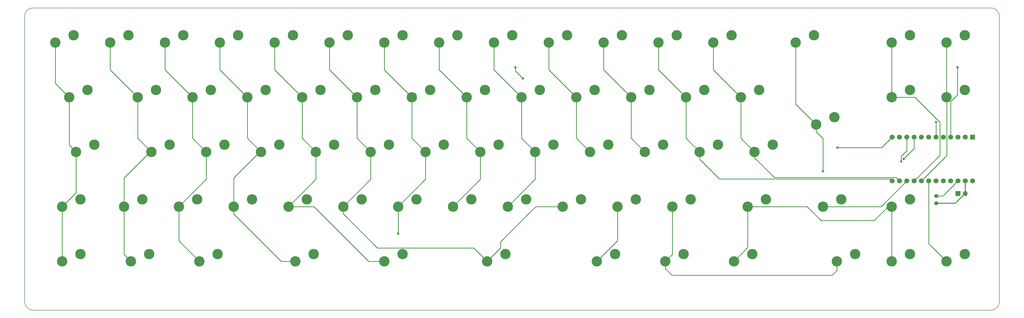
<source format=gtl>
G04 #@! TF.GenerationSoftware,KiCad,Pcbnew,(6.0.2-0)*
G04 #@! TF.CreationDate,2022-03-14T13:33:36+01:00*
G04 #@! TF.ProjectId,lasercut,6c617365-7263-4757-942e-6b696361645f,rev?*
G04 #@! TF.SameCoordinates,Original*
G04 #@! TF.FileFunction,Copper,L1,Top*
G04 #@! TF.FilePolarity,Positive*
%FSLAX46Y46*%
G04 Gerber Fmt 4.6, Leading zero omitted, Abs format (unit mm)*
G04 Created by KiCad (PCBNEW (6.0.2-0)) date 2022-03-14 13:33:36*
%MOMM*%
%LPD*%
G01*
G04 APERTURE LIST*
G04 #@! TA.AperFunction,Profile*
%ADD10C,0.200000*%
G04 #@! TD*
G04 #@! TA.AperFunction,ComponentPad*
%ADD11C,1.400000*%
G04 #@! TD*
G04 #@! TA.AperFunction,ComponentPad*
%ADD12R,1.700000X1.700000*%
G04 #@! TD*
G04 #@! TA.AperFunction,ComponentPad*
%ADD13O,1.700000X1.700000*%
G04 #@! TD*
G04 #@! TA.AperFunction,ComponentPad*
%ADD14C,3.600000*%
G04 #@! TD*
G04 #@! TA.AperFunction,ComponentPad*
%ADD15C,1.752600*%
G04 #@! TD*
G04 #@! TA.AperFunction,ComponentPad*
%ADD16R,1.752600X1.752600*%
G04 #@! TD*
G04 #@! TA.AperFunction,ViaPad*
%ADD17C,0.800000*%
G04 #@! TD*
G04 #@! TA.AperFunction,Conductor*
%ADD18C,0.350000*%
G04 #@! TD*
G04 #@! TA.AperFunction,Conductor*
%ADD19C,0.250000*%
G04 #@! TD*
G04 APERTURE END LIST*
D10*
X356581000Y-125053620D02*
X356354000Y-125117010D01*
X22805240Y-125190040D02*
X22570990Y-125163860D01*
X358646000Y-122435340D02*
X358617000Y-122669620D01*
X357015000Y-124873100D02*
X356802000Y-124970930D01*
X20050540Y-122435340D02*
X20039530Y-122199680D01*
X356354000Y-125117010D02*
X356122000Y-125163860D01*
X358571000Y-122899730D02*
X358506000Y-123127100D01*
X358617000Y-122669620D02*
X358571000Y-122899730D01*
X23040890Y-19947690D02*
X355654000Y-19949690D01*
X358327000Y-21587690D02*
X358426000Y-21799690D01*
X358506000Y-123127100D02*
X358426000Y-123348960D01*
X20123600Y-122899730D02*
X20076710Y-122669620D01*
X21891610Y-20177690D02*
X22113480Y-20095690D01*
X358617000Y-22479690D02*
X358646000Y-22713690D01*
X358327000Y-123561190D02*
X358212000Y-123767880D01*
X20040910Y-22949690D02*
X20050540Y-22713690D01*
X22339470Y-20031690D02*
X22570990Y-19984690D01*
X357221000Y-20391690D02*
X357416000Y-20520690D01*
X20483260Y-123767880D02*
X20367510Y-123561190D01*
X356802000Y-20177690D02*
X357015000Y-20275690D01*
X20076710Y-122669620D02*
X20050540Y-122435340D01*
X355890000Y-19958690D02*
X356122000Y-19984690D01*
X20186960Y-22021690D02*
X20269650Y-21799690D01*
X358212000Y-21380690D02*
X358327000Y-21587690D01*
X22570990Y-125163860D02*
X22339470Y-125117010D01*
X20612800Y-123963570D02*
X20483260Y-123767880D01*
X357221000Y-124757320D02*
X357015000Y-124873100D01*
X20269650Y-21799690D02*
X20367510Y-21587690D01*
X20918720Y-124321890D02*
X20758850Y-124148250D01*
X358571000Y-22247690D02*
X358617000Y-22479690D01*
X20612800Y-21185690D02*
X20758850Y-21000690D01*
X20269650Y-123348960D02*
X20186960Y-123127100D01*
X21092360Y-124481730D02*
X20918720Y-124321890D01*
X356581000Y-20095690D02*
X356802000Y-20177690D01*
X358212000Y-123767880D02*
X358080000Y-123963570D01*
X20050540Y-22713690D02*
X20076710Y-22479690D01*
X20918720Y-20826690D02*
X21092360Y-20667690D01*
X358654000Y-122199680D02*
X358646000Y-122435340D01*
X22113480Y-20095690D02*
X22339470Y-20031690D01*
X357934000Y-21000690D02*
X358080000Y-21185690D01*
X20758850Y-21000690D02*
X20918720Y-20826690D01*
X358654000Y-22949690D02*
X358654000Y-122199680D01*
X356354000Y-20031690D02*
X356581000Y-20095690D01*
X21277010Y-124627780D02*
X21092360Y-124481730D01*
X21277010Y-20520690D02*
X21472690Y-20391690D01*
X21891610Y-124970930D02*
X21679380Y-124873100D01*
X20186960Y-123127100D02*
X20123600Y-122899730D01*
X20758850Y-124148250D02*
X20612800Y-123963570D01*
X20039530Y-122199680D02*
X20040910Y-22949690D01*
X358426000Y-123348960D02*
X358327000Y-123561190D01*
X357602000Y-20667690D02*
X357775000Y-20826690D01*
X23040890Y-125199670D02*
X22805240Y-125190040D01*
X356122000Y-19984690D02*
X356354000Y-20031690D01*
X21472690Y-124757320D02*
X21277010Y-124627780D01*
X358080000Y-21185690D02*
X358212000Y-21380690D01*
X20367510Y-123561190D02*
X20269650Y-123348960D01*
X357416000Y-124627780D02*
X357221000Y-124757320D01*
X355654000Y-125199670D02*
X23040890Y-125199670D01*
X356802000Y-124970930D02*
X356581000Y-125053620D01*
X356122000Y-125163860D02*
X355890000Y-125190040D01*
X355890000Y-125190040D02*
X355654000Y-125199670D01*
X22113480Y-125053620D02*
X21891610Y-124970930D01*
X357602000Y-124481730D02*
X357416000Y-124627780D01*
X20076710Y-22479690D02*
X20123600Y-22247690D01*
X21472690Y-20391690D02*
X21679380Y-20275690D01*
X20483260Y-21380690D02*
X20612800Y-21185690D01*
X357775000Y-124321890D02*
X357602000Y-124481730D01*
X21092360Y-20667690D02*
X21277010Y-20520690D01*
X21679380Y-20275690D02*
X21891610Y-20177690D01*
X22570990Y-19984690D02*
X22805240Y-19958690D01*
X357416000Y-20520690D02*
X357602000Y-20667690D01*
X22339470Y-125117010D02*
X22113480Y-125053620D01*
X357015000Y-20275690D02*
X357221000Y-20391690D01*
X357775000Y-20826690D02*
X357934000Y-21000690D01*
X358426000Y-21799690D02*
X358506000Y-22021690D01*
X22805240Y-19958690D02*
X23040890Y-19947690D01*
X355654000Y-19949690D02*
X355890000Y-19958690D01*
X20367510Y-21587690D02*
X20483260Y-21380690D01*
X21679380Y-124873100D02*
X21472690Y-124757320D01*
X357934000Y-124148250D02*
X357775000Y-124321890D01*
X358080000Y-123963570D02*
X357934000Y-124148250D01*
X20123600Y-22247690D02*
X20186960Y-22021690D01*
X358646000Y-22713690D02*
X358654000Y-22949690D01*
X358506000Y-22021690D02*
X358571000Y-22247690D01*
D11*
X336800000Y-88000000D03*
X336800000Y-85460000D03*
D12*
X344260000Y-84600000D03*
D13*
X346800000Y-84600000D03*
D14*
X227565000Y-29445000D03*
X221215000Y-31985000D03*
X137077500Y-86595000D03*
X130727500Y-89135000D03*
X44208750Y-67545000D03*
X37858750Y-70085000D03*
X84690000Y-48495000D03*
X78340000Y-51035000D03*
X70402500Y-67545000D03*
X64052500Y-70085000D03*
X63258750Y-105645000D03*
X56908750Y-108185000D03*
X151365000Y-29445000D03*
X145015000Y-31985000D03*
X108502500Y-67545000D03*
X102152500Y-70085000D03*
X275190000Y-48495000D03*
X268840000Y-51035000D03*
X165652500Y-67545000D03*
X159302500Y-70085000D03*
X346627500Y-48495000D03*
X340277500Y-51035000D03*
X151365000Y-105645000D03*
X145015000Y-108185000D03*
X156127500Y-86595000D03*
X149777500Y-89135000D03*
X79927500Y-86595000D03*
X73577500Y-89135000D03*
X241852500Y-67545000D03*
X235502500Y-70085000D03*
X327577500Y-105645000D03*
X321227500Y-108185000D03*
X194227500Y-86595000D03*
X187877500Y-89135000D03*
X141840000Y-48495000D03*
X135490000Y-51035000D03*
X260902500Y-67545000D03*
X254552500Y-70085000D03*
X346627500Y-29445000D03*
X340277500Y-31985000D03*
X294240000Y-29445000D03*
X287890000Y-31985000D03*
X113265000Y-29445000D03*
X106915000Y-31985000D03*
X327577500Y-48495000D03*
X321227500Y-51035000D03*
X94215000Y-29445000D03*
X87865000Y-31985000D03*
X184702500Y-67545000D03*
X178352500Y-70085000D03*
X175177500Y-86595000D03*
X168827500Y-89135000D03*
X256140000Y-48495000D03*
X249790000Y-51035000D03*
X89452500Y-67545000D03*
X83102500Y-70085000D03*
X160890000Y-48495000D03*
X154540000Y-51035000D03*
X132315000Y-29445000D03*
X125965000Y-31985000D03*
X187083750Y-105645000D03*
X180733750Y-108185000D03*
X232327500Y-86595000D03*
X225977500Y-89135000D03*
X118027500Y-86595000D03*
X111677500Y-89135000D03*
X39446250Y-86595000D03*
X33096250Y-89135000D03*
X346627500Y-105645000D03*
X340277500Y-108185000D03*
X39446250Y-105645000D03*
X33096250Y-108185000D03*
X301383750Y-58020000D03*
X295033750Y-60560000D03*
X56115000Y-29445000D03*
X49765000Y-31985000D03*
X222802500Y-67545000D03*
X216452500Y-70085000D03*
X60877500Y-86595000D03*
X54527500Y-89135000D03*
X265665000Y-29445000D03*
X259315000Y-31985000D03*
X308527500Y-105645000D03*
X302177500Y-108185000D03*
X279952500Y-67545000D03*
X273602500Y-70085000D03*
X203752500Y-67545000D03*
X197402500Y-70085000D03*
X272808750Y-105645000D03*
X266458750Y-108185000D03*
X41827500Y-48495000D03*
X35477500Y-51035000D03*
X225183750Y-105645000D03*
X218833750Y-108185000D03*
X251377500Y-86595000D03*
X245027500Y-89135000D03*
X248996250Y-105645000D03*
X242646250Y-108185000D03*
X277571250Y-86595000D03*
X271221250Y-89135000D03*
X303765000Y-86595000D03*
X297415000Y-89135000D03*
X146602500Y-67545000D03*
X140252500Y-70085000D03*
X127552500Y-67545000D03*
X121202500Y-70085000D03*
X103740000Y-48495000D03*
X97390000Y-51035000D03*
X189465000Y-29445000D03*
X183115000Y-31985000D03*
X237090000Y-48495000D03*
X230740000Y-51035000D03*
X37065000Y-29445000D03*
X30715000Y-31985000D03*
X218040000Y-48495000D03*
X211690000Y-51035000D03*
X208515000Y-29445000D03*
X202165000Y-31985000D03*
X246615000Y-29445000D03*
X240265000Y-31985000D03*
X122790000Y-48495000D03*
X116440000Y-51035000D03*
X98977500Y-86595000D03*
X92627500Y-89135000D03*
X327577500Y-29445000D03*
X321227500Y-31985000D03*
X87071250Y-105645000D03*
X80721250Y-108185000D03*
X170415000Y-29445000D03*
X164065000Y-31985000D03*
X327577500Y-86595000D03*
X321227500Y-89135000D03*
X179940000Y-48495000D03*
X173590000Y-51035000D03*
X213277500Y-86595000D03*
X206927500Y-89135000D03*
D15*
X349370000Y-80220000D03*
X346830000Y-80220000D03*
X344290000Y-80220000D03*
X341750000Y-80220000D03*
X339210000Y-80220000D03*
X336670000Y-80220000D03*
X334130000Y-80220000D03*
X331590000Y-80220000D03*
X329050000Y-80220000D03*
X326510000Y-80220000D03*
X323970000Y-80220000D03*
X321430000Y-80220000D03*
X321430000Y-64980000D03*
X323970000Y-64980000D03*
X326510000Y-64980000D03*
X329050000Y-64980000D03*
X331590000Y-64980000D03*
X334130000Y-64980000D03*
X336670000Y-64980000D03*
X339210000Y-64980000D03*
X341750000Y-64980000D03*
X344290000Y-64980000D03*
X346830000Y-64980000D03*
D16*
X349370000Y-64980000D03*
D14*
X120408750Y-105645000D03*
X114058750Y-108185000D03*
X198990000Y-48495000D03*
X192640000Y-51035000D03*
X65640000Y-48495000D03*
X59290000Y-51035000D03*
X75165000Y-29445000D03*
X68815000Y-31985000D03*
D17*
X297400000Y-76800000D03*
X149800000Y-98529500D03*
X302387709Y-68587709D03*
X190545000Y-40655000D03*
X193200000Y-44574020D03*
X344145000Y-40655000D03*
X336700000Y-59700000D03*
X325400000Y-72600000D03*
X324600000Y-73400000D03*
D18*
X343400000Y-88000000D02*
X336800000Y-88000000D01*
D19*
X339050000Y-85460000D02*
X336800000Y-85460000D01*
X336700000Y-59700000D02*
X336670000Y-59730000D01*
X336670000Y-59730000D02*
X336670000Y-64980000D01*
D18*
X346800000Y-84600000D02*
X343400000Y-88000000D01*
D19*
X344290000Y-80220000D02*
X339050000Y-85460000D01*
D18*
X346830000Y-80220000D02*
X346830000Y-84570000D01*
X346830000Y-84570000D02*
X346800000Y-84600000D01*
D19*
X185398261Y-103520489D02*
X185398261Y-101401739D01*
X195567979Y-91232021D02*
X195567979Y-91178141D01*
X102152500Y-70085000D02*
X101726120Y-70085000D01*
X273602500Y-72102370D02*
X273602500Y-70085000D01*
X320065000Y-89135000D02*
X321227500Y-89135000D01*
X340277500Y-51035000D02*
X340410811Y-51168311D01*
X149800000Y-91703084D02*
X149777500Y-91680584D01*
X64052500Y-70085000D02*
X63626120Y-70085000D01*
X185398261Y-103520489D02*
X185398261Y-101401739D01*
X195567979Y-91232021D02*
X195567979Y-91178141D01*
X102152500Y-70085000D02*
X101726120Y-70085000D01*
X273602500Y-72102370D02*
X273602500Y-70085000D01*
X320065000Y-89135000D02*
X321227500Y-89135000D01*
X340277500Y-51035000D02*
X340410811Y-51168311D01*
X149800000Y-91703084D02*
X149777500Y-91680584D01*
X64052500Y-70085000D02*
X63626120Y-70085000D01*
X121202500Y-70085000D02*
X121202500Y-79610000D01*
X297415000Y-89135000D02*
X317595000Y-89135000D01*
X106915000Y-31985000D02*
X106915000Y-41510000D01*
X139585000Y-108185000D02*
X145015000Y-108185000D01*
X121202500Y-79610000D02*
X111677500Y-89135000D01*
X295033750Y-63058364D02*
X295033750Y-60560000D01*
X287890000Y-53416250D02*
X295033750Y-60560000D01*
X317595000Y-89135000D02*
X326510000Y-80220000D01*
X297400000Y-65424614D02*
X295033750Y-63058364D01*
X297400000Y-76800000D02*
X297400000Y-65424614D01*
X116440000Y-51035000D02*
X116440000Y-65322500D01*
X287890000Y-31985000D02*
X287890000Y-53416250D01*
X106915000Y-41510000D02*
X116440000Y-51035000D01*
X116440000Y-65322500D02*
X121202500Y-70085000D01*
X111677500Y-89135000D02*
X120535000Y-89135000D01*
X120535000Y-89135000D02*
X139585000Y-108185000D01*
X321227500Y-51035000D02*
X329273880Y-51035000D01*
X195567979Y-91178141D02*
X197611120Y-89135000D01*
X125965000Y-41510000D02*
X135490000Y-51035000D01*
X338009189Y-59770309D02*
X338009189Y-71260811D01*
X130727500Y-91680584D02*
X142567405Y-103520489D01*
X135490000Y-65322500D02*
X139934642Y-69767142D01*
X180733750Y-108185000D02*
X185398261Y-103520489D01*
X140252500Y-79610000D02*
X130727500Y-89135000D01*
X185398261Y-101401739D02*
X195567979Y-91232021D01*
X135490000Y-51035000D02*
X135490000Y-65322500D01*
X321227500Y-31985000D02*
X321227500Y-51035000D01*
X142567405Y-103520489D02*
X176069239Y-103520489D01*
X125965000Y-31985000D02*
X125965000Y-41510000D01*
X329273880Y-51035000D02*
X338009189Y-59770309D01*
X176069239Y-103520489D02*
X180733750Y-108185000D01*
X338009189Y-71260811D02*
X329050000Y-80220000D01*
X140252500Y-70085000D02*
X140252500Y-79610000D01*
X130727500Y-89135000D02*
X130727500Y-91680584D01*
X197611120Y-89135000D02*
X206927500Y-89135000D01*
X268840000Y-65322500D02*
X273602500Y-70085000D01*
X323970000Y-80220000D02*
X322769189Y-79019189D01*
X259315000Y-31985000D02*
X259315000Y-41510000D01*
X109131916Y-108185000D02*
X114058750Y-108185000D01*
X87865000Y-31985000D02*
X87865000Y-41510000D01*
X97390000Y-65322500D02*
X102152500Y-70085000D01*
X101726120Y-70085000D02*
X92627500Y-79183620D01*
X259315000Y-41510000D02*
X268840000Y-51035000D01*
X87865000Y-41510000D02*
X97390000Y-51035000D01*
X92627500Y-91680584D02*
X109131916Y-108185000D01*
X322769189Y-79019189D02*
X280519319Y-79019189D01*
X280519319Y-79019189D02*
X273602500Y-72102370D01*
X92627500Y-79183620D02*
X92627500Y-89135000D01*
X268840000Y-51035000D02*
X268840000Y-65322500D01*
X97390000Y-51035000D02*
X97390000Y-65322500D01*
X92627500Y-89135000D02*
X92627500Y-91680584D01*
X211690000Y-65322500D02*
X216452500Y-70085000D01*
X202165000Y-41510000D02*
X211690000Y-51035000D01*
X33096250Y-89135000D02*
X33096250Y-108185000D01*
X35477500Y-51035000D02*
X35477500Y-67703750D01*
X37858750Y-70085000D02*
X37858750Y-84372500D01*
X30715000Y-46272500D02*
X35477500Y-51035000D01*
X35477500Y-67703750D02*
X37858750Y-70085000D01*
X30715000Y-31985000D02*
X30715000Y-46272500D01*
X37858750Y-84372500D02*
X33096250Y-89135000D01*
X211690000Y-51035000D02*
X211690000Y-65322500D01*
X202165000Y-31985000D02*
X202165000Y-41510000D01*
X296773141Y-93999521D02*
X315200479Y-93999521D01*
X192640000Y-65322500D02*
X197402500Y-70085000D01*
X183115000Y-41510000D02*
X192640000Y-51035000D01*
X197402500Y-79610000D02*
X187877500Y-89135000D01*
X271221250Y-103422500D02*
X266458750Y-108185000D01*
X183115000Y-31985000D02*
X183115000Y-41510000D01*
X192640000Y-51035000D02*
X192640000Y-65322500D01*
X271221250Y-89135000D02*
X291908620Y-89135000D01*
X321227500Y-89135000D02*
X321227500Y-108185000D01*
X197402500Y-70085000D02*
X197402500Y-79610000D01*
X315200479Y-93999521D02*
X320065000Y-89135000D01*
X271221250Y-89135000D02*
X271221250Y-103422500D01*
X291908620Y-89135000D02*
X296773141Y-93999521D01*
X300550479Y-113049521D02*
X302177500Y-111422500D01*
X173590000Y-65322500D02*
X178352500Y-70085000D01*
X242646250Y-108185000D02*
X242646250Y-110730584D01*
X173590000Y-51035000D02*
X173590000Y-65322500D01*
X242646250Y-110730584D02*
X244965187Y-113049521D01*
X178352500Y-79610000D02*
X168827500Y-89135000D01*
X334130000Y-80220000D02*
X334130000Y-102037500D01*
X164065000Y-31985000D02*
X164065000Y-41510000D01*
X245027500Y-105803750D02*
X242646250Y-108185000D01*
X178352500Y-70085000D02*
X178352500Y-79610000D01*
X244965187Y-113049521D02*
X300550479Y-113049521D01*
X334130000Y-102037500D02*
X340277500Y-108185000D01*
X164065000Y-41510000D02*
X173590000Y-51035000D01*
X245027500Y-89135000D02*
X245027500Y-105803750D01*
X302177500Y-111422500D02*
X302177500Y-108185000D01*
X340277500Y-31985000D02*
X340277500Y-51035000D01*
X154540000Y-65322500D02*
X159302500Y-70085000D01*
X159302500Y-70085000D02*
X159302500Y-79610000D01*
X225977500Y-89135000D02*
X225977500Y-101041250D01*
X159302500Y-79610000D02*
X149777500Y-89135000D01*
X340410811Y-51168311D02*
X340410811Y-71399189D01*
X145015000Y-41510000D02*
X154540000Y-51035000D01*
X154540000Y-51035000D02*
X154540000Y-65322500D01*
X225977500Y-101041250D02*
X218833750Y-108185000D01*
X149777500Y-91680584D02*
X149777500Y-89135000D01*
X149800000Y-98529500D02*
X149800000Y-91703084D01*
X340410811Y-71399189D02*
X331590000Y-80220000D01*
X145015000Y-31985000D02*
X145015000Y-41510000D01*
X317810000Y-68600000D02*
X321430000Y-64980000D01*
X59290000Y-51035000D02*
X59290000Y-65322500D01*
X221215000Y-31985000D02*
X221215000Y-41510000D01*
X54527500Y-89135000D02*
X54527500Y-105803750D01*
X63626120Y-70085000D02*
X54527500Y-79183620D01*
X230740000Y-51035000D02*
X230740000Y-65322500D01*
X302400000Y-68600000D02*
X317810000Y-68600000D01*
X230740000Y-65322500D02*
X235502500Y-70085000D01*
X54527500Y-79183620D02*
X54527500Y-89135000D01*
X221215000Y-41510000D02*
X230740000Y-51035000D01*
X54527500Y-105803750D02*
X56908750Y-108185000D01*
X59290000Y-65322500D02*
X64052500Y-70085000D01*
X49765000Y-41510000D02*
X59290000Y-51035000D01*
X49765000Y-31985000D02*
X49765000Y-41510000D01*
X302387709Y-68587709D02*
X302400000Y-68600000D01*
X83102500Y-79610000D02*
X73577500Y-89135000D01*
X254552500Y-70085000D02*
X249790000Y-65322500D01*
X68815000Y-41510000D02*
X78340000Y-51035000D01*
X240265000Y-31985000D02*
X240265000Y-41510000D01*
X78340000Y-65322500D02*
X83102500Y-70085000D01*
X254552500Y-72630584D02*
X254552500Y-70085000D01*
X261390625Y-79468709D02*
X254552500Y-72630584D01*
X68815000Y-31985000D02*
X68815000Y-41510000D01*
X240265000Y-41510000D02*
X249790000Y-51035000D01*
X320678709Y-79468709D02*
X261390625Y-79468709D01*
X73577500Y-89135000D02*
X73577500Y-101041250D01*
X73577500Y-101041250D02*
X80721250Y-108185000D01*
X83102500Y-70085000D02*
X83102500Y-79610000D01*
X249790000Y-65322500D02*
X249790000Y-51035000D01*
X78340000Y-51035000D02*
X78340000Y-65322500D01*
X321430000Y-80220000D02*
X320678709Y-79468709D01*
X190545000Y-41945000D02*
X190545000Y-40655000D01*
X193200000Y-44574020D02*
X193174020Y-44574020D01*
X193174020Y-44574020D02*
X190545000Y-41945000D01*
X344145000Y-40655000D02*
X344145000Y-50172013D01*
X344145000Y-50172013D02*
X341750000Y-52567013D01*
X341750000Y-52567013D02*
X341750000Y-64980000D01*
X325400000Y-72600000D02*
X329050000Y-68950000D01*
X329050000Y-68950000D02*
X329050000Y-64980000D01*
X324600000Y-73400000D02*
X324600000Y-71600000D01*
X326510000Y-69690000D02*
X326510000Y-64980000D01*
X324600000Y-71600000D02*
X326510000Y-69690000D01*
M02*

</source>
